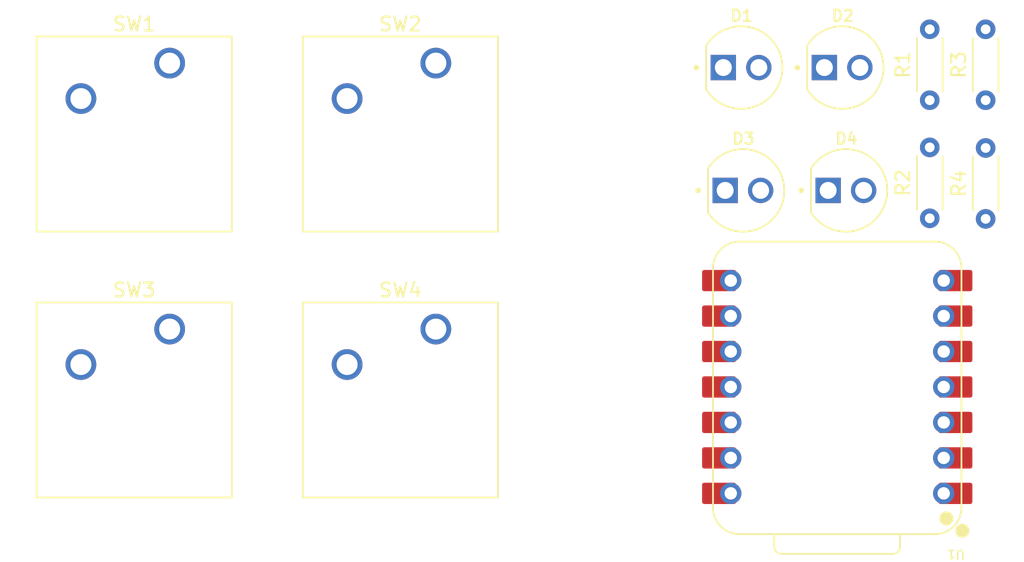
<source format=kicad_pcb>
(kicad_pcb (version 20240108) (generator "pcbnew") (generator_version "8.0")
  (layers (0 "F.Cu" signal) (31 "B.Cu" signal) (34 "B.Paste" user) (35 "F.Paste" user) (36 "B.SilkS" user "B.Silkscreen") (37 "F.SilkS" user "F.Silkscreen") (38 "B.Mask" user) (39 "F.Mask" user) (44 "Edge.Cuts" user))
  (net 0 "")
  (net 1 "Net-(D1-PadA)")
  (net 2 "GND")
  (net 3 "Net-(D2-PadA)")
  (net 4 "Net-(D3-PadA)")
  (net 5 "led1")
  (net 6 "led2")
  (net 7 "led3")
  (net 8 "button1")
  (net 9 "button2")
  (net 10 "button3")
  (net 25 "Net-(D4-PadA)")
  (net 26 "led4")
  (net 27 "button4")
  (footprint "general:SW_Cherry_MX_1.00u_PCB" (layer "F.Cu") (at 98.1075 75.8825)
    (property "Reference" "SW1" (at -2.54 -2.794 0) (layer "F.SilkS"))
    (property "Value" "SW_Push")
    (fp_line (start -9.525 -1.905) (end 4.445 -1.905) (stroke (width 0.12)) (layer "F.SilkS"))
    (fp_line (start -9.525 12.065) (end -9.525 -1.905) (stroke (width 0.12)) (layer "F.SilkS"))
    (fp_line (start 4.445 -1.905) (end 4.445 12.065) (stroke (width 0.12)) (layer "F.SilkS"))
    (fp_line (start 4.445 12.065) (end -9.525 12.065) (stroke (width 0.12)) (layer "F.SilkS"))
    (pad "" np_thru_hole circle (at -7.62 5.08) (size 1.7 1.7) (drill 1.7) (layers "*.Cu" "*.Mask"))
    (pad "" np_thru_hole circle (at -2.54 5.08) (size 4 4) (drill 4) (layers "*.Cu" "*.Mask"))
    (pad "" np_thru_hole circle (at 2.54 5.08) (size 1.7 1.7) (drill 1.7) (layers "*.Cu" "*.Mask"))
    (pad "1" thru_hole circle (at 0 0) (size 2.2 2.2) (drill 1.5) (layers "*.Cu" "*.Mask") (net 8 "button1"))
    (pad "2" thru_hole circle (at -6.35 2.54) (size 2.2 2.2) (drill 1.5) (layers "*.Cu" "*.Mask") (net 2 "GND"))
  )
  (footprint "Resistor_THT:R_Axial_DIN0204_L3.6mm_D1.6mm_P5.08mm_Horizontal" (layer "F.Cu") (at 156.50125 78.54 90)
    (property "Reference" "R3" (at 2.54 -1.92 90) (layer "F.SilkS"))
    (property "Value" "R")
    (fp_line (start 0.62 -0.92) (end 4.46 -0.92) (stroke (width 0.12)) (layer "F.SilkS"))
    (fp_line (start 0.62 0.92) (end 4.46 0.92) (stroke (width 0.12)) (layer "F.SilkS"))
    (pad "1" thru_hole circle (at 0 0 90) (size 1.4 1.4) (drill 0.7) (layers "*.Cu" "*.Mask") (net 4 "Net-(D3-PadA)"))
    (pad "2" thru_hole oval (at 5.08 0 90) (size 1.4 1.4) (drill 0.7) (layers "*.Cu" "*.Mask") (net 7 "led3"))
  )
  (footprint "Resistor_THT:R_Axial_DIN0204_L3.6mm_D1.6mm_P5.08mm_Horizontal" (layer "F.Cu") (at 152.50125 78.54 90)
    (property "Reference" "R1" (at 2.54 -1.92 90) (layer "F.SilkS"))
    (property "Value" "R")
    (fp_line (start 0.62 -0.92) (end 4.46 -0.92) (stroke (width 0.12)) (layer "F.SilkS"))
    (fp_line (start 0.62 0.92) (end 4.46 0.92) (stroke (width 0.12)) (layer "F.SilkS"))
    (pad "1" thru_hole circle (at 0 0 90) (size 1.4 1.4) (drill 0.7) (layers "*.Cu" "*.Mask") (net 1 "Net-(D1-PadA)"))
    (pad "2" thru_hole oval (at 5.08 0 90) (size 1.4 1.4) (drill 0.7) (layers "*.Cu" "*.Mask") (net 5 "led1"))
  )
  (footprint "general:LEDRD254W57D500H1070" (layer "F.Cu") (at 146.23125 76.2)
    (property "Reference" "D2" (at 0.04 -3.708 0) (layer "F.SilkS") (effects (font (size 0.8 0.8))))
    (property "Value" "L08R5000Q1")
    (fp_line (start -2.5 -1.566) (end -2.5 1.566) (stroke (width 0.127)) (layer "F.SilkS"))
    (fp_arc (start -2.5 -1.566) (mid 2.961291 0) (end -2.5 1.566) (stroke (width 0.127)) (layer "F.SilkS"))
    (fp_circle (center -3.2 0) (end -3.1 0) (stroke (width 0.2)) (fill none) (layer "F.SilkS"))
    (pad "A" thru_hole circle (at 1.27 0) (size 1.815 1.815) (drill 1.21) (layers "*.Cu" "*.Mask") (net 3 "Net-(D2-PadA)"))
    (pad "C" thru_hole rect (at -1.27 0) (size 1.815 1.815) (drill 1.21) (layers "*.Cu" "*.Mask") (net 2 "GND"))
  )
  (footprint "general:LEDRD254W57D500H1070" (layer "F.Cu") (at 139 76.2)
    (property "Reference" "D1" (at 0.04 -3.708 0) (layer "F.SilkS") (effects (font (size 0.8 0.8))))
    (property "Value" "L08R5000Q1")
    (fp_line (start -2.5 -1.566) (end -2.5 1.566) (stroke (width 0.127)) (layer "F.SilkS"))
    (fp_arc (start -2.5 -1.566) (mid 2.961291 0) (end -2.5 1.566) (stroke (width 0.127)) (layer "F.SilkS"))
    (fp_circle (center -3.2 0) (end -3.1 0) (stroke (width 0.2)) (fill none) (layer "F.SilkS"))
    (pad "A" thru_hole circle (at 1.27 0) (size 1.815 1.815) (drill 1.21) (layers "*.Cu" "*.Mask") (net 1 "Net-(D1-PadA)"))
    (pad "C" thru_hole rect (at -1.27 0) (size 1.815 1.815) (drill 1.21) (layers "*.Cu" "*.Mask") (net 2 "GND"))
  )
  (footprint "general:XIAO-RP2040-DIP" (layer "F.Cu") (at 145.88125 99.08 180)
    (property "Reference" "U1" (at -8.5 -12 180) (layer "F.SilkS") (effects (font (size 0.635 0.635) (thickness 0.1016))))
    (property "Value" "XIAO-RP2040-DIP")
    (fp_line (start 8.89 8.509) (end 8.89 -8.636) (stroke (width 0.127)) (layer "F.SilkS"))
    (fp_line (start 6.985 -10.541) (end -6.985 -10.541) (stroke (width 0.1)) (layer "F.SilkS"))
    (fp_line (start 6.985 -10.541) (end -6.985 -10.541) (stroke (width 0.127)) (layer "F.SilkS"))
    (fp_line (start 4.504 -11.451) (end 4.504 -10.541) (stroke (width 0.127)) (layer "F.SilkS"))
    (fp_line (start -3.991272 -11.951) (end 4.004 -11.951) (stroke (width 0.127)) (layer "F.SilkS"))
    (fp_line (start -4.495 -10.541) (end -4.491272 -11.451272) (stroke (width 0.127)) (layer "F.SilkS"))
    (fp_line (start -6.985 10.414) (end 6.985 10.414) (stroke (width 0.127)) (layer "F.SilkS"))
    (fp_line (start -8.89 8.509) (end -8.89 -8.636) (stroke (width 0.127)) (layer "F.SilkS"))
    (fp_arc (start 8.89 8.509) (mid 8.332038 9.856038) (end 6.985 10.414) (stroke (width 0.127)) (layer "F.SilkS"))
    (fp_arc (start 6.985 -10.541) (mid 8.332038 -9.983038) (end 8.89 -8.636) (stroke (width 0.127)) (layer "F.SilkS"))
    (fp_arc (start 4.004 -11.951) (mid 4.357553 -11.804553) (end 4.504 -11.451) (stroke (width 0.127)) (layer "F.SilkS"))
    (fp_arc (start -4.491272 -11.451272) (mid -4.344724 -11.804644) (end -3.991272 -11.951) (stroke (width 0.127)) (layer "F.SilkS"))
    (fp_arc (start -6.985 10.414) (mid -8.332038 9.856038) (end -8.89 8.509) (stroke (width 0.127)) (layer "F.SilkS"))
    (fp_arc (start -8.89 -8.636) (mid -8.332038 -9.983038) (end -6.985 -10.541) (stroke (width 0.127)) (layer "F.SilkS"))
    (fp_circle (center -7.807 -9.42) (end -7.807 -9.674) (stroke (width 0.5)) (fill solid) (layer "F.SilkS"))
    (fp_circle (center -8.95 -10.3) (end -8.95 -10.554) (stroke (width 0.5)) (fill solid) (layer "F.SilkS"))
    (pad "1" smd roundrect (at -8.455 -7.62) (size 2.432 1.524) (layers "F.Cu" "F.Mask") (roundrect_rratio 0.1) (net 8 "button1"))
    (pad "1" thru_hole circle (at -7.62 -7.62) (size 1.524 1.524) (drill 0.889) (layers "*.Cu" "*.Mask") (net 8 "button1"))
    (pad "2" smd roundrect (at -8.455 -5.08) (size 2.432 1.524) (layers "F.Cu" "F.Mask") (roundrect_rratio 0.1) (net 9 "button2"))
    (pad "2" thru_hole circle (at -7.62 -5.08) (size 1.524 1.524) (drill 0.889) (layers "*.Cu" "*.Mask") (net 9 "button2"))
    (pad "3" smd roundrect (at -8.455 -2.54) (size 2.432 1.524) (layers "F.Cu" "F.Mask") (roundrect_rratio 0.1) (net 10 "button3"))
    (pad "3" thru_hole circle (at -7.62 -2.54) (size 1.524 1.524) (drill 0.889) (layers "*.Cu" "*.Mask") (net 10 "button3"))
    (pad "4" smd roundrect (at -8.455 0) (size 2.432 1.524) (layers "F.Cu" "F.Mask") (roundrect_rratio 0.1) (net 5 "led1"))
    (pad "4" thru_hole circle (at -7.62 0) (size 1.524 1.524) (drill 0.889) (layers "*.Cu" "*.Mask") (net 5 "led1"))
    (pad "5" smd roundrect (at -8.455 2.54) (size 2.432 1.524) (layers "F.Cu" "F.Mask") (roundrect_rratio 0.1) (net 6 "led2"))
    (pad "5" thru_hole circle (at -7.62 2.54) (size 1.524 1.524) (drill 0.889) (layers "*.Cu" "*.Mask") (net 6 "led2"))
    (pad "6" smd roundrect (at -8.455 5.08) (size 2.432 1.524) (layers "F.Cu" "F.Mask") (roundrect_rratio 0.1) (net 7 "led3"))
    (pad "6" thru_hole circle (at -7.62 5.08) (size 1.524 1.524) (drill 0.889) (layers "*.Cu" "*.Mask") (net 7 "led3"))
    (pad "7" smd roundrect (at -8.455 7.62) (size 2.432 1.524) (layers "F.Cu" "F.Mask") (roundrect_rratio 0.1))
    (pad "7" thru_hole circle (at -7.62 7.62) (size 1.524 1.524) (drill 0.889) (layers "*.Cu" "*.Mask"))
    (pad "8" thru_hole circle (at 7.62 7.62 180) (size 1.524 1.524) (drill 0.889) (layers "*.Cu" "*.Mask"))
    (pad "8" smd roundrect (at 8.455 7.62 180) (size 2.432 1.524) (layers "F.Cu" "F.Mask") (roundrect_rratio 0.1))
    (pad "9" thru_hole circle (at 7.62 5.08 180) (size 1.524 1.524) (drill 0.889) (layers "*.Cu" "*.Mask"))
    (pad "9" smd roundrect (at 8.455 5.08 180) (size 2.432 1.524) (layers "F.Cu" "F.Mask") (roundrect_rratio 0.1))
    (pad "10" thru_hole circle (at 7.62 2.54 180) (size 1.524 1.524) (drill 0.889) (layers "*.Cu" "*.Mask"))
    (pad "10" smd roundrect (at 8.455 2.54 180) (size 2.432 1.524) (layers "F.Cu" "F.Mask") (roundrect_rratio 0.1))
    (pad "11" thru_hole circle (at 7.62 0 180) (size 1.524 1.524) (drill 0.889) (layers "*.Cu" "*.Mask"))
    (pad "11" smd roundrect (at 8.455 0 180) (size 2.432 1.524) (layers "F.Cu" "F.Mask") (roundrect_rratio 0.1))
    (pad "12" thru_hole circle (at 7.62 -2.54 180) (size 1.524 1.524) (drill 0.889) (layers "*.Cu" "*.Mask"))
    (pad "12" smd roundrect (at 8.455 -2.54 180) (size 2.432 1.524) (layers "F.Cu" "F.Mask") (roundrect_rratio 0.1))
    (pad "13" thru_hole circle (at 7.62 -5.08 180) (size 1.524 1.524) (drill 0.889) (layers "*.Cu" "*.Mask") (net 2 "GND"))
    (pad "13" smd roundrect (at 8.455 -5.08 180) (size 2.432 1.524) (layers "F.Cu" "F.Mask") (roundrect_rratio 0.1) (net 2 "GND"))
    (pad "14" thru_hole circle (at 7.62 -7.62 180) (size 1.524 1.524) (drill 0.889) (layers "*.Cu" "*.Mask"))
    (pad "14" smd roundrect (at 8.455 -7.62 180) (size 2.432 1.524) (layers "F.Cu" "F.Mask") (roundrect_rratio 0.1))
  )
  (footprint "general:SW_Cherry_MX_1.00u_PCB" (layer "F.Cu") (at 117.1575 94.9325)
    (property "Reference" "SW4" (at -2.54 -2.794 0) (layer "F.SilkS"))
    (property "Value" "SW_Push")
    (fp_line (start -9.525 -1.905) (end 4.445 -1.905) (stroke (width 0.12)) (layer "F.SilkS"))
    (fp_line (start -9.525 12.065) (end -9.525 -1.905) (stroke (width 0.12)) (layer "F.SilkS"))
    (fp_line (start 4.445 -1.905) (end 4.445 12.065) (stroke (width 0.12)) (layer "F.SilkS"))
    (fp_line (start 4.445 12.065) (end -9.525 12.065) (stroke (width 0.12)) (layer "F.SilkS"))
    (pad "" np_thru_hole circle (at -7.62 5.08) (size 1.7 1.7) (drill 1.7) (layers "*.Cu" "*.Mask"))
    (pad "" np_thru_hole circle (at -2.54 5.08) (size 4 4) (drill 4) (layers "*.Cu" "*.Mask"))
    (pad "" np_thru_hole circle (at 2.54 5.08) (size 1.7 1.7) (drill 1.7) (layers "*.Cu" "*.Mask"))
    (pad "1" thru_hole circle (at 0 0) (size 2.2 2.2) (drill 1.5) (layers "*.Cu" "*.Mask") (net 27 "button4"))
    (pad "2" thru_hole circle (at -6.35 2.54) (size 2.2 2.2) (drill 1.5) (layers "*.Cu" "*.Mask") (net 2 "GND"))
  )
  (footprint "Resistor_THT:R_Axial_DIN0204_L3.6mm_D1.6mm_P5.08mm_Horizontal" (layer "F.Cu") (at 152.50125 87 90)
    (property "Reference" "R2" (at 2.54 -1.92 90) (layer "F.SilkS"))
    (property "Value" "R")
    (fp_line (start 0.62 -0.92) (end 4.46 -0.92) (stroke (width 0.12)) (layer "F.SilkS"))
    (fp_line (start 0.62 0.92) (end 4.46 0.92) (stroke (width 0.12)) (layer "F.SilkS"))
    (pad "1" thru_hole circle (at 0 0 90) (size 1.4 1.4) (drill 0.7) (layers "*.Cu" "*.Mask") (net 3 "Net-(D2-PadA)"))
    (pad "2" thru_hole oval (at 5.08 0 90) (size 1.4 1.4) (drill 0.7) (layers "*.Cu" "*.Mask") (net 6 "led2"))
  )
  (footprint "general:LEDRD254W57D500H1070" (layer "F.Cu") (at 139.13 85)
    (property "Reference" "D3" (at 0.04 -3.708 0) (layer "F.SilkS") (effects (font (size 0.8 0.8))))
    (property "Value" "L08R5000Q1")
    (fp_line (start -2.5 -1.566) (end -2.5 1.566) (stroke (width 0.127)) (layer "F.SilkS"))
    (fp_arc (start -2.5 -1.566) (mid 2.961291 0) (end -2.5 1.566) (stroke (width 0.127)) (layer "F.SilkS"))
    (fp_circle (center -3.2 0) (end -3.1 0) (stroke (width 0.2)) (fill none) (layer "F.SilkS"))
    (pad "A" thru_hole circle (at 1.27 0) (size 1.815 1.815) (drill 1.21) (layers "*.Cu" "*.Mask") (net 4 "Net-(D3-PadA)"))
    (pad "C" thru_hole rect (at -1.27 0) (size 1.815 1.815) (drill 1.21) (layers "*.Cu" "*.Mask") (net 2 "GND"))
  )
  (footprint "general:SW_Cherry_MX_1.00u_PCB" (layer "F.Cu") (at 98.1075 94.9325)
    (property "Reference" "SW3" (at -2.54 -2.794 0) (layer "F.SilkS"))
    (property "Value" "SW_Push")
    (fp_line (start -9.525 -1.905) (end 4.445 -1.905) (stroke (width 0.12)) (layer "F.SilkS"))
    (fp_line (start -9.525 12.065) (end -9.525 -1.905) (stroke (width 0.12)) (layer "F.SilkS"))
    (fp_line (start 4.445 -1.905) (end 4.445 12.065) (stroke (width 0.12)) (layer "F.SilkS"))
    (fp_line (start 4.445 12.065) (end -9.525 12.065) (stroke (width 0.12)) (layer "F.SilkS"))
    (pad "" np_thru_hole circle (at -7.62 5.08) (size 1.7 1.7) (drill 1.7) (layers "*.Cu" "*.Mask"))
    (pad "" np_thru_hole circle (at -2.54 5.08) (size 4 4) (drill 4) (layers "*.Cu" "*.Mask"))
    (pad "" np_thru_hole circle (at 2.54 5.08) (size 1.7 1.7) (drill 1.7) (layers "*.Cu" "*.Mask"))
    (pad "1" thru_hole circle (at 0 0) (size 2.2 2.2) (drill 1.5) (layers "*.Cu" "*.Mask") (net 10 "button3"))
    (pad "2" thru_hole circle (at -6.35 2.54) (size 2.2 2.2) (drill 1.5) (layers "*.Cu" "*.Mask") (net 2 "GND"))
  )
  (footprint "general:SW_Cherry_MX_1.00u_PCB" (layer "F.Cu") (at 117.1575 75.8825)
    (property "Reference" "SW2" (at -2.54 -2.794 0) (layer "F.SilkS"))
    (property "Value" "SW_Push")
    (fp_line (start -9.525 -1.905) (end 4.445 -1.905) (stroke (width 0.12)) (layer "F.SilkS"))
    (fp_line (start -9.525 12.065) (end -9.525 -1.905) (stroke (width 0.12)) (layer "F.SilkS"))
    (fp_line (start 4.445 -1.905) (end 4.445 12.065) (stroke (width 0.12)) (layer "F.SilkS"))
    (fp_line (start 4.445 12.065) (end -9.525 12.065) (stroke (width 0.12)) (layer "F.SilkS"))
    (pad "" np_thru_hole circle (at -7.62 5.08) (size 1.7 1.7) (drill 1.7) (layers "*.Cu" "*.Mask"))
    (pad "" np_thru_hole circle (at -2.54 5.08) (size 4 4) (drill 4) (layers "*.Cu" "*.Mask"))
    (pad "" np_thru_hole circle (at 2.54 5.08) (size 1.7 1.7) (drill 1.7) (layers "*.Cu" "*.Mask"))
    (pad "1" thru_hole circle (at 0 0) (size 2.2 2.2) (drill 1.5) (layers "*.Cu" "*.Mask") (net 9 "button2"))
    (pad "2" thru_hole circle (at -6.35 2.54) (size 2.2 2.2) (drill 1.5) (layers "*.Cu" "*.Mask") (net 2 "GND"))
  )
  (footprint "general:LEDRD254W57D500H1070" (layer "F.Cu") (at 146.5 85)
    (property "Reference" "D4" (at 0.04 -3.708 0) (layer "F.SilkS") (effects (font (size 0.8 0.8))))
    (property "Value" "L08R5000Q1")
    (fp_line (start -2.5 -1.566) (end -2.5 1.566) (stroke (width 0.127)) (layer "F.SilkS"))
    (fp_arc (start -2.5 -1.566) (mid 2.961291 0) (end -2.5 1.566) (stroke (width 0.127)) (layer "F.SilkS"))
    (fp_circle (center -3.2 0) (end -3.1 0) (stroke (width 0.2)) (fill none) (layer "F.SilkS"))
    (pad "A" thru_hole circle (at 1.27 0) (size 1.815 1.815) (drill 1.21) (layers "*.Cu" "*.Mask") (net 25 "Net-(D4-PadA)"))
    (pad "C" thru_hole rect (at -1.27 0) (size 1.815 1.815) (drill 1.21) (layers "*.Cu" "*.Mask") (net 2 "GND"))
  )
  (footprint "Resistor_THT:R_Axial_DIN0204_L3.6mm_D1.6mm_P5.08mm_Horizontal" (layer "F.Cu") (at 156.50125 87.04 90)
    (property "Reference" "R4" (at 2.54 -1.92 90) (layer "F.SilkS"))
    (property "Value" "R")
    (fp_line (start 0.62 -0.92) (end 4.46 -0.92) (stroke (width 0.12)) (layer "F.SilkS"))
    (fp_line (start 0.62 0.92) (end 4.46 0.92) (stroke (width 0.12)) (layer "F.SilkS"))
    (pad "1" thru_hole circle (at 0 0 90) (size 1.4 1.4) (drill 0.7) (layers "*.Cu" "*.Mask") (net 25 "Net-(D4-PadA)"))
    (pad "2" thru_hole oval (at 5.08 0 90) (size 1.4 1.4) (drill 0.7) (layers "*.Cu" "*.Mask") (net 26 "led4"))
  )
)
</source>
